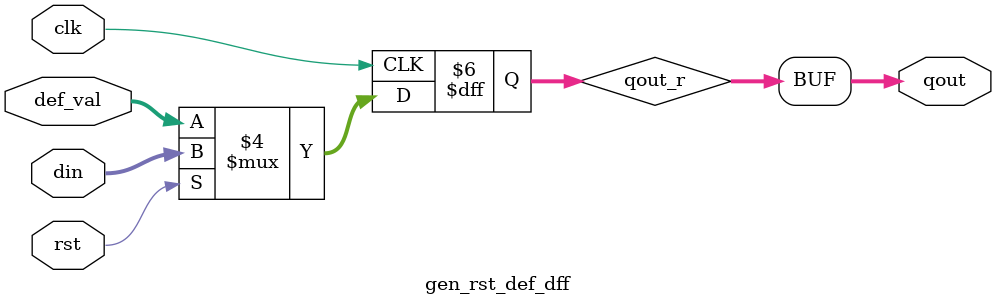
<source format=v>
 /*                                                                      
 Copyright 2020 Blue Liang, liangkangnan@163.com
                                                                         
 Licensed under the Apache License, Version 2.0 (the "License");         
 you may not use this file except in compliance with the License.        
 You may obtain a copy of the License at                                 
                                                                         
     http://www.apache.org/licenses/LICENSE-2.0                          
                                                                         
 Unless required by applicable law or agreed to in writing, software    
 distributed under the License is distributed on an "AS IS" BASIS,       
 WITHOUT WARRANTIES OR CONDITIONS OF ANY KIND, either express or implied.
 See the License for the specific language governing permissions and     
 limitations under the License.                                          
 */

// 带默认值和控制信号的流水线触发器
module gen_pipe_dff #(
    parameter DW = 32)(

    input wire clk,
    input wire rst,
    input wire hold_en,

    input wire[DW-1:0] def_val,
    input wire[DW-1:0] din,
    output wire[DW-1:0] qout

    );

    reg[DW-1:0] qout_r;

    always @ (posedge clk) begin
        if (!rst | hold_en) begin
            qout_r <= def_val;
        end else begin
            qout_r <= din;
        end
    end

    assign qout = qout_r;

endmodule

// 复位后输出为0的触发器
module gen_rst_0_dff #(
    parameter DW = 32)(

    input wire clk,
    input wire rst,

    input wire[DW-1:0] din,
    output wire[DW-1:0] qout

    );

    reg[DW-1:0] qout_r;

    always @ (posedge clk) begin
        if (!rst) begin
            qout_r <= {DW{1'b0}};
        end else begin                  
            qout_r <= din;
        end
    end

    assign qout = qout_r;

endmodule

// 复位后输出为1的触发器
module gen_rst_1_dff #(
    parameter DW = 32)(

    input wire clk,
    input wire rst,

    input wire[DW-1:0] din,
    output wire[DW-1:0] qout

    );

    reg[DW-1:0] qout_r;

    always @ (posedge clk) begin
        if (!rst) begin
            qout_r <= {DW{1'b1}};
        end else begin                  
            qout_r <= din;
        end
    end

    assign qout = qout_r;

endmodule

// 复位后输出为默认值的触发器
module gen_rst_def_dff #(
    parameter DW = 32)(

    input wire clk,
    input wire rst,
    input wire[DW-1:0] def_val,

    input wire[DW-1:0] din,
    output wire[DW-1:0] qout

    );

    reg[DW-1:0] qout_r;

    always @ (posedge clk) begin
        if (!rst) begin
            qout_r <= def_val;
        end else begin                  
            qout_r <= din;
        end
    end

    assign qout = qout_r;

endmodule

</source>
